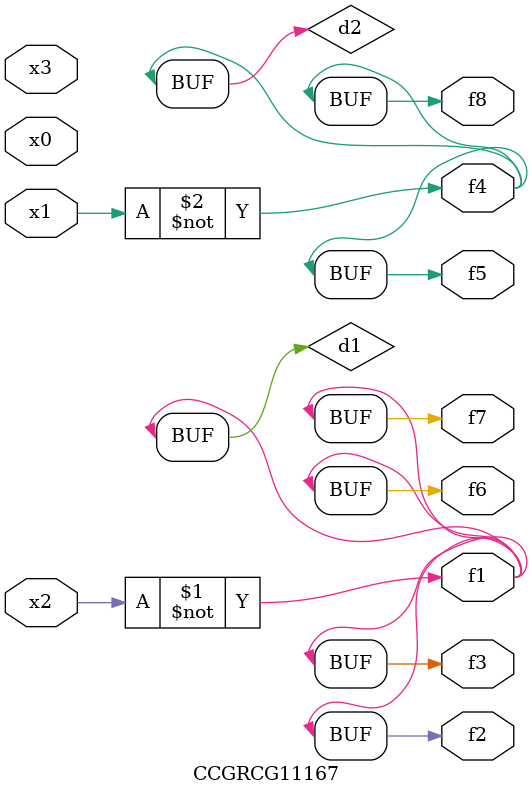
<source format=v>
module CCGRCG11167(
	input x0, x1, x2, x3,
	output f1, f2, f3, f4, f5, f6, f7, f8
);

	wire d1, d2;

	xnor (d1, x2);
	not (d2, x1);
	assign f1 = d1;
	assign f2 = d1;
	assign f3 = d1;
	assign f4 = d2;
	assign f5 = d2;
	assign f6 = d1;
	assign f7 = d1;
	assign f8 = d2;
endmodule

</source>
